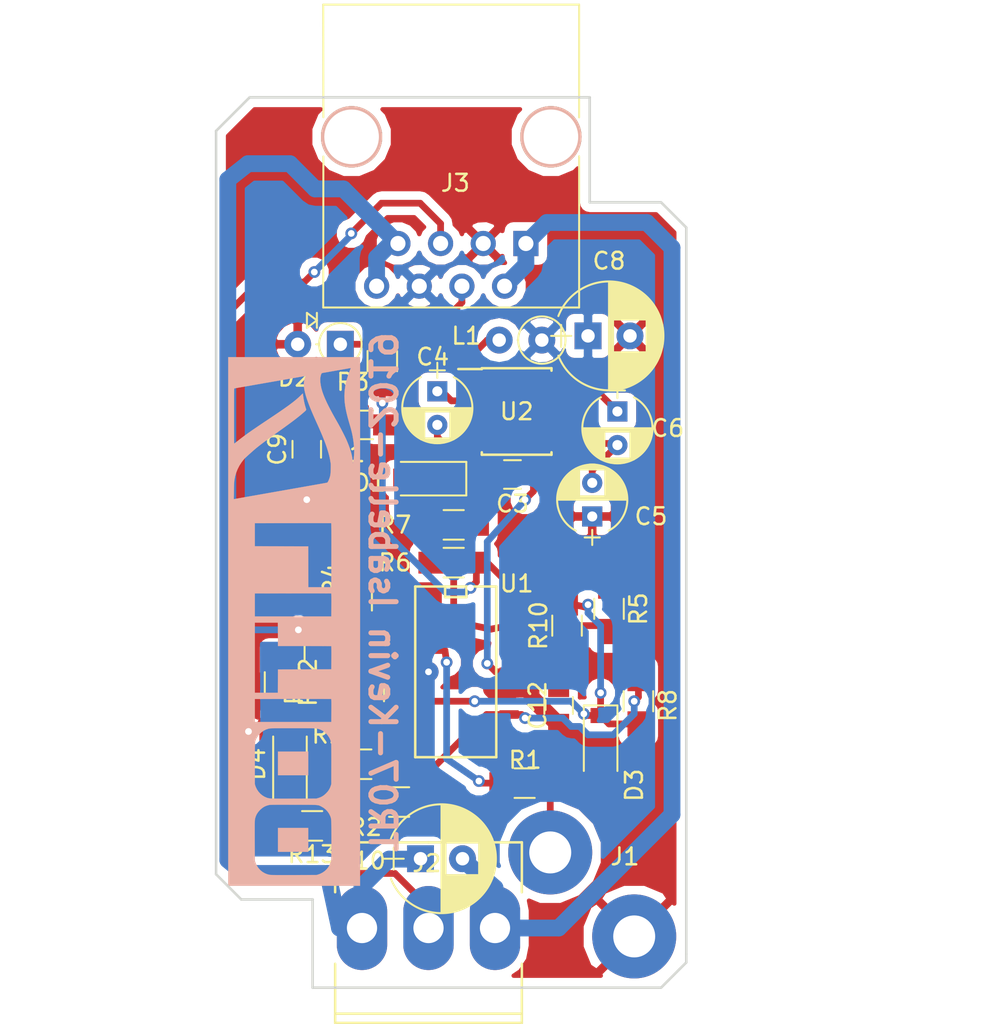
<source format=kicad_pcb>
(kicad_pcb (version 4) (host pcbnew 4.0.6)
  (layers (0 F.Cu signal) (31 B.Cu signal) (34 B.Paste user) (35 F.Paste user) (36 B.SilkS user hide) (37 F.SilkS user hide) (38 B.Mask user) (39 F.Mask user) (44 Edge.Cuts user))
  (net 0 "")
  (net 1 GND)
  (net 2 VCC5)
  (net 3 "Net-(R2-Pad1)")
  (net 4 "Net-(D1-Pad2)")
  (net 5 "Net-(R3-Pad1)")
  (net 6 "Net-(D1-Pad1)")
  (net 7 "Net-(J1-Pad2)")
  (net 8 AGND)
  (net 9 ADCTrig)
  (net 10 AVCC)
  (net 11 "Net-(C4-Pad1)")
  (net 12 "Net-(C4-Pad2)")
  (net 13 AVSS)
  (net 14 "Net-(C6-Pad1)")
  (net 15 "Net-(D3-Pad1)")
  (net 16 "Net-(D3-Pad2)")
  (net 17 "Net-(D4-Pad2)")
  (net 18 L_OUT_5)
  (net 19 "Net-(R4-Pad2)")
  (net 20 "Net-(R9-Pad2)")
  (net 21 "Net-(R10-Pad1)")
  (net 22 "Net-(R1-Pad1)")
  (net 23 "Net-(R13-Pad1)")
  (module Logo:LOGOLIT (layer B.Cu) (at 143.8 100.3 270)
    (fp_text reference "" hide)
    (fp_text value "" hide)
  )
  (module Resistors_SMD:R_0805_HandSoldering (layer F.Cu) (at 142.93 103.92 270)
    (fp_text reference R12 (at 0 -1.7 270) (layer F.SilkS))
    (fp_text value 1M)
    (pad 1 smd rect (at -1.35 0 270) (size 1.5 1.3) (layers F.Cu F.Paste F.Mask) (net 22 "Net-(R1-Pad1)"))
    (pad 2 smd rect (at 1.35 0 270) (size 1.5 1.3) (layers F.Cu F.Paste F.Mask) (net 8 AGND))
  )
  (module SMD_Packages:SOIC-14_N (layer F.Cu) (at 153.55 103.3 270)
    (fp_text reference U1 (at -5.25 -3.5 360) (layer F.SilkS))
    (fp_text value TL074)
    (pad 1 smd rect (at -3.81 3.302 270) (size 0.508 1.143) (layers F.Cu F.Paste F.Mask) (net 19 "Net-(R4-Pad2)"))
    (pad 2 smd rect (at -2.54 3.302 270) (size 0.508 1.143) (layers F.Cu F.Paste F.Mask) (net 19 "Net-(R4-Pad2)"))
    (pad 3 smd rect (at -1.27 3.302 270) (size 0.508 1.143) (layers F.Cu F.Paste F.Mask) (net 22 "Net-(R1-Pad1)"))
    (pad 4 smd rect (at 0 3.302 270) (size 0.508 1.143) (layers F.Cu F.Paste F.Mask) (net 10 AVCC))
    (pad 5 smd rect (at 1.27 3.302 270) (size 0.508 1.143) (layers F.Cu F.Paste F.Mask) (net 20 "Net-(R9-Pad2)"))
    (pad 6 smd rect (at 2.54 3.302 270) (size 0.508 1.143) (layers F.Cu F.Paste F.Mask) (net 15 "Net-(D3-Pad1)"))
    (pad 7 smd rect (at 3.81 3.302 270) (size 0.508 1.143) (layers F.Cu F.Paste F.Mask) (net 17 "Net-(D4-Pad2)"))
    (pad 8 smd rect (at 3.81 -3.048 270) (size 0.508 1.143) (layers F.Cu F.Paste F.Mask) (net 16 "Net-(D3-Pad2)"))
    (pad 9 smd rect (at 2.54 -3.048 270) (size 0.508 1.143) (layers F.Cu F.Paste F.Mask) (net 3 "Net-(R2-Pad1)"))
    (pad 11 smd rect (at 0 -3.048 270) (size 0.508 1.143) (layers F.Cu F.Paste F.Mask) (net 13 AVSS))
    (pad 12 smd rect (at -1.27 -3.048 270) (size 0.508 1.143) (layers F.Cu F.Paste F.Mask) (net 21 "Net-(R10-Pad1)"))
    (pad 13 smd rect (at -2.54 -3.048 270) (size 0.508 1.143) (layers F.Cu F.Paste F.Mask) (net 6 "Net-(D1-Pad1)"))
    (pad 14 smd rect (at -3.81 -3.048 270) (size 0.508 1.143) (layers F.Cu F.Paste F.Mask) (net 5 "Net-(R3-Pad1)"))
    (pad 10 smd rect (at 1.27 -3.048 270) (size 0.508 1.143) (layers F.Cu F.Paste F.Mask) (net 8 AGND))
  )
  (module Capacitors_SMD:C_0805_HandSoldering (layer F.Cu) (at 159.55 105.3 270)
    (fp_text reference C12 (at 0 1.25 270) (layer F.SilkS))
    (fp_text value 100n)
    (pad 1 smd rect (at -1.25 0 270) (size 1.5 1.25) (layers F.Cu F.Paste F.Mask) (net 13 AVSS))
    (pad 2 smd rect (at 1.25 0 270) (size 1.5 1.25) (layers F.Cu F.Paste F.Mask) (net 8 AGND))
  )
  (module Capacitors_SMD:C_0805_HandSoldering (layer F.Cu) (at 148 88.6)
    (fp_text reference C1 (at -0.95 1.7) (layer F.SilkS))
    (fp_text value 100n)
    (pad 1 smd rect (at -1.25 0) (size 1.5 1.25) (layers F.Cu F.Paste F.Mask) (net 8 AGND))
    (pad 2 smd rect (at 1.25 0) (size 1.5 1.25) (layers F.Cu F.Paste F.Mask) (net 9 ADCTrig))
  )
  (module Capacitors_THT:CP_Radial_D6.3mm_P2.50mm (layer F.Cu) (at 161.3 83.3)
    (fp_text reference C8 (at 1.25 -4.46) (layer F.SilkS))
    (fp_text value 10u)
    (pad 1 thru_hole rect (at 0 0) (size 1.6 1.6) (drill 0.8) (layers *.Cu *.Mask) (net 10 AVCC))
    (pad 2 thru_hole circle (at 2.5 0) (size 1.6 1.6) (drill 0.8) (layers *.Cu *.Mask) (net 8 AGND))
  )
  (module Wire_Connections_Bridges:WireConnection_2.50mmDrill (layer F.Cu) (at 161.3 118.05 180)
    (fp_text reference J1 (at -2.2 3.75 180) (layer F.SilkS))
    (fp_text value input)
    (pad 1 thru_hole circle (at -2.75 -1 180) (size 5.00126 5.00126) (drill 2.49936) (layers *.Cu *.Mask) (net 8 AGND))
    (pad 2 thru_hole circle (at 2.25 4 180) (size 5.00126 5.00126) (drill 2.49936) (layers *.Cu *.Mask) (net 7 "Net-(J1-Pad2)"))
  )
  (module Connectors:RJ45_8 (layer F.Cu) (at 157.6 77.8 180)
    (fp_text reference J3 (at 4.2 3.6 180) (layer F.SilkS))
    (fp_text value RJ45)
    (pad Hole np_thru_hole circle (at 10.38 6.35 180) (size 3.65 3.65) (drill 3.25) (layers *.Cu *.SilkS *.Mask))
    (pad Hole np_thru_hole circle (at -1.49 6.35 180) (size 3.65 3.65) (drill 3.25) (layers *.Cu *.SilkS *.Mask))
    (pad 1 thru_hole rect (at 0 0 180) (size 1.5 1.5) (drill 0.9) (layers *.Cu *.Mask) (net 1 GND))
    (pad 2 thru_hole circle (at 1.27 -2.54 180) (size 1.5 1.5) (drill 0.9) (layers *.Cu *.Mask) (net 1 GND))
    (pad 3 thru_hole circle (at 2.54 0 180) (size 1.5 1.5) (drill 0.9) (layers *.Cu *.Mask) (net 8 AGND))
    (pad 4 thru_hole circle (at 3.81 -2.54 180) (size 1.5 1.5) (drill 0.9) (layers *.Cu *.Mask) (net 9 ADCTrig))
    (pad 5 thru_hole circle (at 5.08 0 180) (size 1.5 1.5) (drill 0.9) (layers *.Cu *.Mask) (net 18 L_OUT_5))
    (pad 6 thru_hole circle (at 6.35 -2.54 180) (size 1.5 1.5) (drill 0.9) (layers *.Cu *.Mask) (net 10 AVCC))
    (pad 7 thru_hole circle (at 7.62 0 180) (size 1.5 1.5) (drill 0.9) (layers *.Cu *.Mask) (net 2 VCC5))
    (pad 8 thru_hole circle (at 8.89 -2.54 180) (size 1.5 1.5) (drill 0.9) (layers *.Cu *.Mask) (net 2 VCC5))
  )
  (module Sockets_MOLEX_KK-System:Socket_MOLEX-KK-RM3-96mm_Lock_3pin_straight (layer F.Cu) (at 151.8 118.55 180)
    (fp_text reference J2 (at 0.1 3.85 180) (layer F.SilkS))
    (fp_text value "LED Connector")
    (pad 1 thru_hole oval (at -3.95986 0 180) (size 2.99974 5.00126) (drill 1.80086) (layers *.Cu *.Mask) (net 1 GND))
    (pad 2 thru_hole oval (at 0 0 180) (size 2.99974 5.00126) (drill 1.80086) (layers *.Cu *.Mask) (net 18 L_OUT_5))
    (pad 3 thru_hole oval (at 3.95986 0 180) (size 2.99974 5.00126) (drill 1.80086) (layers *.Cu *.Mask) (net 2 VCC5))
  )
  (module Housings_SOIC:SOIC-8_3.9x4.9mm_Pitch1.27mm (layer F.Cu) (at 157.05 87.8)
    (fp_text reference U2 (at 0 0) (layer F.SilkS))
    (fp_text value TC1044S)
    (pad 1 smd rect (at -2.7 -1.905) (size 1.55 0.6) (layers F.Cu F.Paste F.Mask) (net 14 "Net-(C6-Pad1)"))
    (pad 2 smd rect (at -2.7 -0.635) (size 1.55 0.6) (layers F.Cu F.Paste F.Mask) (net 11 "Net-(C4-Pad1)"))
    (pad 3 smd rect (at -2.7 0.635) (size 1.55 0.6) (layers F.Cu F.Paste F.Mask) (net 8 AGND))
    (pad 4 smd rect (at -2.7 1.905) (size 1.55 0.6) (layers F.Cu F.Paste F.Mask) (net 12 "Net-(C4-Pad2)"))
    (pad 5 smd rect (at 2.7 1.905) (size 1.55 0.6) (layers F.Cu F.Paste F.Mask) (net 13 AVSS))
    (pad 6 smd rect (at 2.7 0.635) (size 1.55 0.6) (layers F.Cu F.Paste F.Mask))
    (pad 7 smd rect (at 2.7 -0.635) (size 1.55 0.6) (layers F.Cu F.Paste F.Mask))
    (pad 8 smd rect (at 2.7 -1.905) (size 1.55 0.6) (layers F.Cu F.Paste F.Mask) (net 14 "Net-(C6-Pad1)"))
  )
  (module Diodes_THT:D_DO-35_SOD27_P2.54mm_Vertical_AnodeUp (layer F.Cu) (at 146.55 83.8 180)
    (fp_text reference D2 (at 2.75 -2 360) (layer F.SilkS))
    (fp_text value 1N4148)
    (pad 1 thru_hole rect (at 0 0 180) (size 1.6 1.6) (drill 0.8) (layers *.Cu *.Mask) (net 9 ADCTrig))
    (pad 2 thru_hole oval (at 2.54 0 180) (size 1.6 1.6) (drill 0.8) (layers *.Cu *.Mask) (net 8 AGND))
  )
  (module Inductors_THT:L_Axial_L6.6mm_D2.7mm_P2.54mm_Vertical_Vishay_IM-2 (layer F.Cu) (at 158.55 83.55 180)
    (fp_text reference L1 (at 4.5 0.25 360) (layer F.SilkS))
    (fp_text value Ferrite_Bead)
    (pad 1 thru_hole circle (at 0 0 180) (size 1.6 1.6) (drill 0.8) (layers *.Cu *.Mask) (net 10 AVCC))
    (pad 2 thru_hole oval (at 2.54 0 180) (size 1.6 1.6) (drill 0.8) (layers *.Cu *.Mask) (net 14 "Net-(C6-Pad1)"))
  )
  (module Capacitors_THT:CP_Radial_D4.0mm_P2.00mm (layer F.Cu) (at 152.325 86.6 270)
    (fp_text reference C4 (at -2.05 0.275 360) (layer F.SilkS))
    (fp_text value 10u)
    (pad 1 thru_hole rect (at 0 0 270) (size 1.2 1.2) (drill 0.6) (layers *.Cu *.Mask) (net 11 "Net-(C4-Pad1)"))
    (pad 2 thru_hole circle (at 2 0 270) (size 1.2 1.2) (drill 0.6) (layers *.Cu *.Mask) (net 12 "Net-(C4-Pad2)"))
  )
  (module Capacitors_THT:CP_Radial_D4.0mm_P2.00mm (layer F.Cu) (at 161.55 94.05 90)
    (fp_text reference C5 (at 0 3.5 180) (layer F.SilkS))
    (fp_text value 10u)
    (pad 1 thru_hole rect (at 0 0 90) (size 1.2 1.2) (drill 0.6) (layers *.Cu *.Mask) (net 8 AGND))
    (pad 2 thru_hole circle (at 2 0 90) (size 1.2 1.2) (drill 0.6) (layers *.Cu *.Mask) (net 13 AVSS))
  )
  (module Capacitors_THT:CP_Radial_D4.0mm_P2.00mm (layer F.Cu) (at 163.05 87.8 270)
    (fp_text reference C6 (at 1 -3 360) (layer F.SilkS))
    (fp_text value 100u)
    (pad 1 thru_hole rect (at 0 0 270) (size 1.2 1.2) (drill 0.6) (layers *.Cu *.Mask) (net 14 "Net-(C6-Pad1)"))
    (pad 2 thru_hole circle (at 2 0 270) (size 1.2 1.2) (drill 0.6) (layers *.Cu *.Mask) (net 13 AVSS))
  )
  (module Capacitors_THT:CP_Radial_D6.3mm_P2.50mm (layer F.Cu) (at 151.325 114.425)
    (fp_text reference C10 (at -3.525 0.125) (layer F.SilkS))
    (fp_text value 10uf)
    (pad 1 thru_hole rect (at 0 0) (size 1.6 1.6) (drill 0.8) (layers *.Cu *.Mask) (net 2 VCC5))
    (pad 2 thru_hole circle (at 2.5 0) (size 1.6 1.6) (drill 0.8) (layers *.Cu *.Mask) (net 1 GND))
  )
  (module Resistors_SMD:R_0805_HandSoldering (layer F.Cu) (at 157.525 109.925)
    (fp_text reference R1 (at 0.025 -1.375) (layer F.SilkS))
    (fp_text value 100k)
    (pad 1 smd rect (at -1.35 0) (size 1.5 1.3) (layers F.Cu F.Paste F.Mask) (net 22 "Net-(R1-Pad1)"))
    (pad 2 smd rect (at 1.35 0) (size 1.5 1.3) (layers F.Cu F.Paste F.Mask) (net 7 "Net-(J1-Pad2)"))
  )
  (module Resistors_SMD:R_0805_HandSoldering (layer F.Cu) (at 150.05 111.05 180)
    (fp_text reference R2 (at 2 -1.5 180) (layer F.SilkS))
    (fp_text value 10k)
    (pad 1 smd rect (at -1.35 0 180) (size 1.5 1.3) (layers F.Cu F.Paste F.Mask) (net 3 "Net-(R2-Pad1)"))
    (pad 2 smd rect (at 1.35 0 180) (size 1.5 1.3) (layers F.Cu F.Paste F.Mask) (net 23 "Net-(R13-Pad1)"))
  )
  (module Resistors_SMD:R_0805_HandSoldering (layer F.Cu) (at 149.05 84.8 90)
    (fp_text reference R3 (at -1.25 -1.75 180) (layer F.SilkS))
    (fp_text value 10k)
    (pad 1 smd rect (at -1.35 0 90) (size 1.5 1.3) (layers F.Cu F.Paste F.Mask) (net 5 "Net-(R3-Pad1)"))
    (pad 2 smd rect (at 1.35 0 90) (size 1.5 1.3) (layers F.Cu F.Paste F.Mask) (net 9 ADCTrig))
  )
  (module Resistors_SMD:R_0805_HandSoldering (layer F.Cu) (at 147.55 99.05 90)
    (fp_text reference R4 (at 1.25 -1.5 90) (layer F.SilkS))
    (fp_text value 10k)
    (pad 1 smd rect (at -1.35 0 90) (size 1.5 1.3) (layers F.Cu F.Paste F.Mask) (net 23 "Net-(R13-Pad1)"))
    (pad 2 smd rect (at 1.35 0 90) (size 1.5 1.3) (layers F.Cu F.Paste F.Mask) (net 19 "Net-(R4-Pad2)"))
  )
  (module Resistors_SMD:R_0805_HandSoldering (layer F.Cu) (at 162.55 99.55 90)
    (fp_text reference R5 (at 0 1.75 90) (layer F.SilkS))
    (fp_text value 10k)
    (pad 1 smd rect (at -1.35 0 90) (size 1.5 1.3) (layers F.Cu F.Paste F.Mask) (net 6 "Net-(D1-Pad1)"))
    (pad 2 smd rect (at 1.35 0 90) (size 1.5 1.3) (layers F.Cu F.Paste F.Mask) (net 8 AGND))
  )
  (module Resistors_SMD:R_0805_HandSoldering (layer F.Cu) (at 153.3 96.8)
    (fp_text reference R6 (at -3.5 0) (layer F.SilkS))
    (fp_text value 10k)
    (pad 1 smd rect (at -1.35 0) (size 1.5 1.3) (layers F.Cu F.Paste F.Mask) (net 4 "Net-(D1-Pad2)"))
    (pad 2 smd rect (at 1.35 0) (size 1.5 1.3) (layers F.Cu F.Paste F.Mask) (net 5 "Net-(R3-Pad1)"))
  )
  (module Resistors_SMD:R_0805_HandSoldering (layer F.Cu) (at 153.3 94.55)
    (fp_text reference R7 (at -3.5 0) (layer F.SilkS))
    (fp_text value 100k)
    (pad 1 smd rect (at -1.35 0) (size 1.5 1.3) (layers F.Cu F.Paste F.Mask) (net 4 "Net-(D1-Pad2)"))
    (pad 2 smd rect (at 1.35 0) (size 1.5 1.3) (layers F.Cu F.Paste F.Mask) (net 6 "Net-(D1-Pad1)"))
  )
  (module Resistors_SMD:R_0805_HandSoldering (layer F.Cu) (at 164.3 105.05 90)
    (fp_text reference R8 (at -0.25 1.75 90) (layer F.SilkS))
    (fp_text value 10k)
    (pad 1 smd rect (at -1.35 0 90) (size 1.5 1.3) (layers F.Cu F.Paste F.Mask) (net 15 "Net-(D3-Pad1)"))
    (pad 2 smd rect (at 1.35 0 90) (size 1.5 1.3) (layers F.Cu F.Paste F.Mask) (net 3 "Net-(R2-Pad1)"))
  )
  (module Resistors_SMD:R_0805_HandSoldering (layer F.Cu) (at 145.3 102.05 270)
    (fp_text reference R9 (at 2.25 1.5 270) (layer F.SilkS))
    (fp_text value 10k)
    (pad 1 smd rect (at -1.35 0 270) (size 1.5 1.3) (layers F.Cu F.Paste F.Mask) (net 23 "Net-(R13-Pad1)"))
    (pad 2 smd rect (at 1.35 0 270) (size 1.5 1.3) (layers F.Cu F.Paste F.Mask) (net 20 "Net-(R9-Pad2)"))
  )
  (module Resistors_SMD:R_0805_HandSoldering (layer F.Cu) (at 160.05 100.55 90)
    (fp_text reference R10 (at 0 -1.7 90) (layer F.SilkS))
    (fp_text value 10k)
    (pad 1 smd rect (at -1.35 0 90) (size 1.5 1.3) (layers F.Cu F.Paste F.Mask) (net 21 "Net-(R10-Pad1)"))
    (pad 2 smd rect (at 1.35 0 90) (size 1.5 1.3) (layers F.Cu F.Paste F.Mask) (net 15 "Net-(D3-Pad1)"))
  )
  (module Resistors_SMD:R_0805_HandSoldering (layer F.Cu) (at 147.8 108.8)
    (fp_text reference R11 (at -1.5 -1.75) (layer F.SilkS))
    (fp_text value 10k)
    (pad 1 smd rect (at -1.35 0) (size 1.5 1.3) (layers F.Cu F.Paste F.Mask) (net 8 AGND))
    (pad 2 smd rect (at 1.35 0) (size 1.5 1.3) (layers F.Cu F.Paste F.Mask) (net 15 "Net-(D3-Pad1)"))
  )
  (module Capacitors_SMD:C_0805_HandSoldering (layer F.Cu) (at 156.8 91.55 180)
    (fp_text reference C3 (at 0 -1.75 180) (layer F.SilkS))
    (fp_text value 100n)
    (pad 1 smd rect (at -1.25 0 180) (size 1.5 1.25) (layers F.Cu F.Paste F.Mask) (net 13 AVSS))
    (pad 2 smd rect (at 1.25 0 180) (size 1.5 1.25) (layers F.Cu F.Paste F.Mask) (net 8 AGND))
  )
  (module Capacitors_SMD:C_0805_HandSoldering (layer F.Cu) (at 144.55 90.05 270)
    (fp_text reference C9 (at 0 1.75 270) (layer F.SilkS))
    (fp_text value 100n)
    (pad 1 smd rect (at -1.25 0 270) (size 1.5 1.25) (layers F.Cu F.Paste F.Mask) (net 8 AGND))
    (pad 2 smd rect (at 1.25 0 270) (size 1.5 1.25) (layers F.Cu F.Paste F.Mask) (net 10 AVCC))
  )
  (module Capacitors_SMD:C_0805_HandSoldering (layer F.Cu) (at 148.3 104.55 270)
    (fp_text reference C11 (at -0.25 1.5 270) (layer F.SilkS))
    (fp_text value 100n)
    (pad 1 smd rect (at -1.25 0 270) (size 1.5 1.25) (layers F.Cu F.Paste F.Mask) (net 10 AVCC))
    (pad 2 smd rect (at 1.25 0 270) (size 1.5 1.25) (layers F.Cu F.Paste F.Mask) (net 8 AGND))
  )
  (module Diodes_SMD:D_SOD-123 (layer F.Cu) (at 151.8 91.8 180)
    (fp_text reference D1 (at 3.5 -0.25 180) (layer F.SilkS))
    (fp_text value 1N4148)
    (pad 1 smd rect (at -1.65 0 180) (size 0.9 1.2) (layers F.Cu F.Paste F.Mask) (net 6 "Net-(D1-Pad1)"))
    (pad 2 smd rect (at 1.65 0 180) (size 0.9 1.2) (layers F.Cu F.Paste F.Mask) (net 4 "Net-(D1-Pad2)"))
  )
  (module Diodes_SMD:D_SOD-123 (layer F.Cu) (at 162.05 107.55 270)
    (fp_text reference D3 (at 2.5 -2 270) (layer F.SilkS))
    (fp_text value D)
    (pad 1 smd rect (at -1.65 0 270) (size 0.9 1.2) (layers F.Cu F.Paste F.Mask) (net 15 "Net-(D3-Pad1)"))
    (pad 2 smd rect (at 1.65 0 270) (size 0.9 1.2) (layers F.Cu F.Paste F.Mask) (net 16 "Net-(D3-Pad2)"))
  )
  (module Diodes_SMD:D_SOD-123 (layer F.Cu) (at 143.55 108.8 90)
    (fp_text reference D4 (at 0 -2 90) (layer F.SilkS))
    (fp_text value D)
    (pad 1 smd rect (at -1.65 0 90) (size 0.9 1.2) (layers F.Cu F.Paste F.Mask) (net 15 "Net-(D3-Pad1)"))
    (pad 2 smd rect (at 1.65 0 90) (size 0.9 1.2) (layers F.Cu F.Paste F.Mask) (net 17 "Net-(D4-Pad2)"))
  )
  (module Resistors_SMD:R_0805_HandSoldering (layer F.Cu) (at 144.87 112.47 180)
    (fp_text reference R13 (at 0 -1.7 180) (layer F.SilkS))
    (fp_text value 1M)
    (pad 1 smd rect (at -1.35 0 180) (size 1.5 1.3) (layers F.Cu F.Paste F.Mask) (net 23 "Net-(R13-Pad1)"))
    (pad 2 smd rect (at 1.35 0 180) (size 1.5 1.3) (layers F.Cu F.Paste F.Mask) (net 8 AGND))
  )
  (gr_line (start 144.9 116.85) (end 144.9 122.1) (angle 90) (layer Edge.Cuts) (width 0.15))
  (gr_line (start 167.15 120.6) (end 167.15 120.1) (angle 90) (layer Edge.Cuts) (width 0.15))
  (gr_line (start 165.65 122.1) (end 167.15 120.6) (angle 90) (layer Edge.Cuts) (width 0.15))
  (gr_line (start 144.9 122.1) (end 165.65 122.1) (angle 90) (layer Edge.Cuts) (width 0.15))
  (gr_line (start 167.15 76.85) (end 167.15 120.1) (angle 90) (layer Edge.Cuts) (width 0.15))
  (gr_line (start 139.15 115.35) (end 139.15 71.1) (angle 90) (layer Edge.Cuts) (width 0.15))
  (gr_line (start 140.65 116.85) (end 144.9 116.85) (angle 90) (layer Edge.Cuts) (width 0.15))
  (gr_line (start 140.65 116.85) (end 139.15 115.35) (angle 90) (layer Edge.Cuts) (width 0.15))
  (gr_line (start 141.15 69.1) (end 161.4 69.1) (angle 90) (layer Edge.Cuts) (width 0.15))
  (gr_line (start 141.15 69.1) (end 139.15 71.1) (angle 90) (layer Edge.Cuts) (width 0.15))
  (gr_line (start 165.65 75.35) (end 161.4 75.35) (angle 90) (layer Edge.Cuts) (width 0.15))
  (gr_line (start 165.65 75.35) (end 167.15 76.85) (angle 90) (layer Edge.Cuts) (width 0.15))
  (gr_line (start 161.4 69.1) (end 161.4 75.35) (angle 90) (layer Edge.Cuts) (width 0.15))
  (gr_text "TR07-Kevin Isabelle-2019" (at 149.05 98.55 270) (layer B.SilkS) (effects (font (size 1.5 1.5) (thickness 0.3)) (justify mirror)))
  (segment (start 155.75986 118.55) (end 155.75986 116.15986) (width 1) (layer B.Cu) (net 1))
  (segment (start 155.75986 116.15986) (end 153.8 114.45) (width 1) (layer B.Cu) (net 1))
  (segment (start 155.75986 118.55) (end 159.55 118.55) (width 1) (layer B.Cu) (net 1))
  (segment (start 158.85 76.55) (end 157.6 77.8) (width 1) (layer B.Cu) (net 1))
  (segment (start 164.8 76.55) (end 158.85 76.55) (width 1) (layer B.Cu) (net 1))
  (segment (start 166.3 78.05) (end 164.8 76.55) (width 1) (layer B.Cu) (net 1))
  (segment (start 166.3 111.8) (end 166.3 78.05) (width 1) (layer B.Cu) (net 1))
  (segment (start 159.55 118.55) (end 166.3 111.8) (width 1) (layer B.Cu) (net 1))
  (segment (start 157.6 77.8) (end 157.6 79.07) (width 1) (layer B.Cu) (net 1))
  (segment (start 157.6 79.07) (end 156.33 80.34) (width 1) (layer B.Cu) (net 1))
  (segment (start 147.84014 118.55) (end 147.84014 116.05986) (width 1) (layer B.Cu) (net 2))
  (segment (start 147.84014 116.05986) (end 149.45 114.45) (width 1) (layer B.Cu) (net 2))
  (segment (start 149.45 114.45) (end 151.3 114.45) (width 1) (layer B.Cu) (net 2))
  (segment (start 147.84014 118.55) (end 146.5 118.55) (width 1) (layer B.Cu) (net 2))
  (segment (start 146.5 118.55) (end 145.8 115.3) (width 1) (layer B.Cu) (net 2))
  (segment (start 145.8 115.3) (end 140.8 115.3) (width 1) (layer B.Cu) (net 2))
  (segment (start 140.8 115.3) (end 139.85 114.5) (width 1) (layer B.Cu) (net 2))
  (segment (start 139.85 114.5) (end 139.85 74) (width 1) (layer B.Cu) (net 2))
  (segment (start 139.85 74) (end 141.05 73.05) (width 1) (layer B.Cu) (net 2))
  (segment (start 141.05 73.05) (end 143.55 73.05) (width 1) (layer B.Cu) (net 2))
  (segment (start 143.55 73.05) (end 145.05 74.55) (width 1) (layer B.Cu) (net 2))
  (segment (start 145.05 74.55) (end 146.73 74.55) (width 1) (layer B.Cu) (net 2))
  (segment (start 146.73 74.55) (end 149.98 77.8) (width 1) (layer B.Cu) (net 2))
  (segment (start 149.98 77.8) (end 149.55 77.8) (width 1) (layer B.Cu) (net 2))
  (segment (start 149.55 77.8) (end 148.71 78.64) (width 1) (layer B.Cu) (net 2))
  (segment (start 148.71 78.64) (end 148.71 80.34) (width 1) (layer B.Cu) (net 2))
  (segment (start 156.598 105.84) (end 157.34 105.84) (width 0.4) (layer F.Cu) (net 3))
  (segment (start 164.3 104.8) (end 164.3 103.7) (width 0.4) (layer F.Cu) (net 3))
  (segment (start 164.05 105.05) (end 164.3 104.8) (width 0.4) (layer F.Cu) (net 3))
  (via (at 164.05 105.05) (size 0.7) (drill 0.4) (layers F.Cu B.Cu) (net 3))
  (segment (start 164.05 105.8) (end 164.05 105.05) (width 0.4) (layer B.Cu) (net 3))
  (segment (start 162.8 107.05) (end 164.05 105.8) (width 0.4) (layer B.Cu) (net 3))
  (segment (start 161.3 107.05) (end 162.8 107.05) (width 0.4) (layer B.Cu) (net 3))
  (segment (start 160.8 106.55) (end 161.3 107.05) (width 0.4) (layer B.Cu) (net 3))
  (segment (start 160.3 106.55) (end 160.8 106.55) (width 0.4) (layer B.Cu) (net 3))
  (segment (start 159.8 106.05) (end 160.3 106.55) (width 0.4) (layer B.Cu) (net 3))
  (segment (start 157.55 106.05) (end 159.8 106.05) (width 0.4) (layer B.Cu) (net 3))
  (via (at 157.55 106.05) (size 0.7) (drill 0.4) (layers F.Cu B.Cu) (net 3))
  (segment (start 157.34 105.84) (end 157.55 106.05) (width 0.4) (layer F.Cu) (net 3))
  (segment (start 151.4 111.05) (end 151.4 109.7) (width 0.4) (layer F.Cu) (net 3))
  (segment (start 155.26 105.84) (end 156.598 105.84) (width 0.4) (layer F.Cu) (net 3))
  (segment (start 151.4 109.7) (end 155.26 105.84) (width 0.4) (layer F.Cu) (net 3))
  (segment (start 151.95 94.55) (end 151.05 94.55) (width 0.4) (layer F.Cu) (net 4))
  (segment (start 150.15 93.65) (end 150.15 91.8) (width 0.4) (layer F.Cu) (net 4))
  (segment (start 151.05 94.55) (end 150.15 93.65) (width 0.4) (layer F.Cu) (net 4))
  (segment (start 151.95 96.8) (end 151.95 94.55) (width 0.4) (layer F.Cu) (net 4))
  (segment (start 154.65 96.8) (end 154.65 97.95) (width 0.4) (layer F.Cu) (net 5))
  (segment (start 149.05 87.3) (end 149.05 86.15) (width 0.4) (layer F.Cu) (net 5))
  (via (at 149.05 87.3) (size 0.7) (drill 0.4) (layers F.Cu B.Cu) (net 5))
  (segment (start 149.05 94.8) (end 149.05 87.3) (width 0.4) (layer B.Cu) (net 5))
  (segment (start 152.8 98.55) (end 149.05 94.8) (width 0.4) (layer B.Cu) (net 5))
  (segment (start 154.05 98.55) (end 152.8 98.55) (width 0.4) (layer B.Cu) (net 5))
  (segment (start 154.3 98.3) (end 154.05 98.55) (width 0.4) (layer B.Cu) (net 5))
  (via (at 154.3 98.3) (size 0.7) (drill 0.4) (layers F.Cu B.Cu) (net 5))
  (segment (start 154.65 97.95) (end 154.3 98.3) (width 0.4) (layer F.Cu) (net 5))
  (segment (start 154.65 96.8) (end 155.3 96.8) (width 0.4) (layer F.Cu) (net 5))
  (segment (start 155.3 96.8) (end 156.598 98.098) (width 0.4) (layer F.Cu) (net 5))
  (segment (start 156.598 98.098) (end 156.598 99.49) (width 0.4) (layer F.Cu) (net 5))
  (segment (start 156.598 100.76) (end 156.598 100.55) (width 0.4) (layer F.Cu) (net 6))
  (segment (start 153.45 91.8) (end 153.45 91.95) (width 0.4) (layer F.Cu) (net 6))
  (segment (start 153.45 91.95) (end 154.65 93.15) (width 0.4) (layer F.Cu) (net 6))
  (segment (start 154.65 93.15) (end 154.65 94.55) (width 0.4) (layer F.Cu) (net 6))
  (segment (start 156.598 100.55) (end 155.51 100.76) (width 0.4) (layer F.Cu) (net 6))
  (segment (start 153.3 95.9) (end 154.65 94.55) (width 0.4) (layer F.Cu) (net 6))
  (segment (start 153.3 100.3) (end 153.3 95.9) (width 0.4) (layer F.Cu) (net 6))
  (segment (start 155.51 100.76) (end 153.3 100.3) (width 0.4) (layer F.Cu) (net 6))
  (segment (start 156.598 100.55) (end 162.41 100.55) (width 0.4) (layer F.Cu) (net 6))
  (segment (start 162.41 100.55) (end 162.55 100.69) (width 0.4) (layer F.Cu) (net 6))
  (segment (start 159.05 114.05) (end 159.05 110.1) (width 0.4) (layer F.Cu) (net 7))
  (segment (start 159.05 110.1) (end 158.875 109.925) (width 0.4) (layer F.Cu) (net 7))
  (segment (start 158 114.05) (end 159.05 114.05) (width 0.4) (layer B.Cu) (net 7))
  (segment (start 159.05 114.05) (end 159.05 114.05) (width 0.4) (layer B.Cu) (net 7))
  (segment (start 148.3 105.8) (end 146.8 105.8) (width 1) (layer F.Cu) (net 8))
  (segment (start 156.598 104.57) (end 155.79 104.57) (width 1) (layer F.Cu) (net 8))
  (segment (start 155.79 104.57) (end 155.55 104.33) (width 1) (layer F.Cu) (net 8))
  (segment (start 142.93 105.27) (end 142.93 104.96) (width 1) (layer F.Cu) (net 8))
  (segment (start 143.52 112.47) (end 142.18 112.47) (width 1) (layer F.Cu) (net 8))
  (segment (start 142.18 112.47) (end 142.15 112.44) (width 1) (layer F.Cu) (net 8))
  (segment (start 159.55 106.55) (end 159.55 106.45) (width 1) (layer F.Cu) (net 8))
  (segment (start 159.55 106.45) (end 157.96 104.86) (width 1) (layer F.Cu) (net 8))
  (segment (start 146.45 108.8) (end 142.57 108.8) (width 1) (layer F.Cu) (net 8))
  (segment (start 142.11 106.42) (end 142.93 105.6) (width 1) (layer F.Cu) (net 8))
  (segment (start 142.23 106.54) (end 142.11 106.42) (width 1) (layer F.Cu) (net 8))
  (segment (start 142.23 108.46) (end 142.23 106.54) (width 1) (layer F.Cu) (net 8))
  (segment (start 142.57 108.8) (end 142.23 108.46) (width 1) (layer F.Cu) (net 8))
  (segment (start 142.93 105.27) (end 142.93 105.6) (width 1) (layer F.Cu) (net 8))
  (segment (start 142.93 105.27) (end 144.8 105.27) (width 1) (layer F.Cu) (net 8))
  (segment (start 145.33 105.8) (end 146.8 105.8) (width 1) (layer F.Cu) (net 8))
  (segment (start 144.8 105.27) (end 145.33 105.8) (width 1) (layer F.Cu) (net 8))
  (segment (start 159.55 106.55) (end 159.8 106.55) (width 1) (layer F.Cu) (net 8))
  (segment (start 159.8 106.55) (end 161.05 107.8) (width 1) (layer F.Cu) (net 8))
  (segment (start 154.35 88.435) (end 155.935 88.435) (width 1) (layer F.Cu) (net 8))
  (segment (start 156.55 90.55) (end 155.55 91.55) (width 1) (layer F.Cu) (net 8))
  (segment (start 156.55 89.05) (end 156.55 90.55) (width 1) (layer F.Cu) (net 8))
  (segment (start 155.935 88.435) (end 156.55 89.05) (width 1) (layer F.Cu) (net 8))
  (segment (start 153.79 80.34) (end 153.79 81.31) (width 0.4) (layer F.Cu) (net 9))
  (segment (start 151.65 83.45) (end 149.05 83.45) (width 0.4) (layer F.Cu) (net 9))
  (segment (start 153.79 81.31) (end 151.65 83.45) (width 0.4) (layer F.Cu) (net 9))
  (segment (start 146.55 83.8) (end 148.7 83.8) (width 0.4) (layer F.Cu) (net 9))
  (segment (start 148.7 83.8) (end 149.05 83.45) (width 0.4) (layer F.Cu) (net 9))
  (segment (start 149.25 88.6) (end 148.1 88.6) (width 0.4) (layer F.Cu) (net 9))
  (segment (start 146.55 86.05) (end 146.55 83.8) (width 0.4) (layer F.Cu) (net 9))
  (segment (start 148.05 87.55) (end 146.55 86.05) (width 0.4) (layer F.Cu) (net 9))
  (segment (start 148.05 88.55) (end 148.05 87.55) (width 0.4) (layer F.Cu) (net 9))
  (segment (start 148.1 88.6) (end 148.05 88.55) (width 0.4) (layer F.Cu) (net 9))
  (segment (start 153.79 81.04) (end 153.79 80.34) (width 0.4) (layer B.Cu) (net 9))
  (segment (start 144.55 91.3) (end 144.55 93.05) (width 1) (layer F.Cu) (net 10))
  (via (at 144.55 93.05) (size 1.2) (drill 0.4) (layers F.Cu B.Cu) (net 10))
  (segment (start 150.248 103.3) (end 151.8 103.3) (width 1) (layer F.Cu) (net 10))
  (via (at 151.8 103.3) (size 1.2) (drill 0.4) (layers F.Cu B.Cu) (net 10))
  (segment (start 148.3 103.3) (end 150.248 103.3) (width 1) (layer F.Cu) (net 10))
  (segment (start 152.325 86.6) (end 152.6 86.6) (width 0.4) (layer F.Cu) (net 11))
  (segment (start 152.6 86.6) (end 153.165 87.165) (width 0.4) (layer F.Cu) (net 11))
  (segment (start 153.165 87.165) (end 154.35 87.165) (width 0.4) (layer F.Cu) (net 11))
  (segment (start 152.325 88.6) (end 152.325 89.325) (width 0.4) (layer F.Cu) (net 12))
  (segment (start 152.705 89.705) (end 154.35 89.705) (width 0.4) (layer F.Cu) (net 12))
  (segment (start 152.325 89.325) (end 152.705 89.705) (width 0.4) (layer F.Cu) (net 12))
  (segment (start 158.05 91.55) (end 158.05 91.405) (width 0.4) (layer F.Cu) (net 13))
  (segment (start 158.05 91.405) (end 159.75 89.705) (width 0.4) (layer F.Cu) (net 13))
  (segment (start 161.55 92.05) (end 161.55 91.3) (width 0.4) (layer F.Cu) (net 13))
  (segment (start 161.55 91.3) (end 163.05 89.8) (width 0.4) (layer F.Cu) (net 13))
  (segment (start 159.75 89.705) (end 162.955 89.705) (width 0.4) (layer F.Cu) (net 13))
  (segment (start 162.955 89.705) (end 163.05 89.8) (width 0.4) (layer F.Cu) (net 13))
  (segment (start 156.598 103.3) (end 155.8 103.3) (width 0.4) (layer F.Cu) (net 13))
  (segment (start 158.05 92.55) (end 158.05 91.55) (width 0.4) (layer F.Cu) (net 13))
  (segment (start 157.55 93.05) (end 158.05 92.55) (width 0.4) (layer F.Cu) (net 13))
  (via (at 157.55 93.05) (size 0.7) (drill 0.4) (layers F.Cu B.Cu) (net 13))
  (segment (start 155.3 95.55) (end 157.55 93.05) (width 0.4) (layer B.Cu) (net 13))
  (segment (start 155.3 102.55) (end 155.3 95.55) (width 0.4) (layer B.Cu) (net 13))
  (segment (start 155.3 102.8) (end 155.3 102.55) (width 0.4) (layer B.Cu) (net 13))
  (via (at 155.3 102.8) (size 0.7) (drill 0.4) (layers F.Cu B.Cu) (net 13))
  (segment (start 155.8 103.3) (end 155.3 102.8) (width 0.4) (layer F.Cu) (net 13))
  (segment (start 156.598 103.3) (end 158.3 103.3) (width 0.4) (layer F.Cu) (net 13))
  (segment (start 158.3 103.3) (end 159.55 104.05) (width 0.4) (layer F.Cu) (net 13))
  (segment (start 159.75 85.895) (end 161.145 85.895) (width 0.4) (layer F.Cu) (net 14))
  (segment (start 161.145 85.895) (end 163.05 87.8) (width 0.4) (layer F.Cu) (net 14))
  (segment (start 159.75 85.895) (end 154.35 85.895) (width 0.4) (layer F.Cu) (net 14))
  (segment (start 154.35 85.895) (end 154.35 84.5) (width 0.4) (layer F.Cu) (net 14))
  (segment (start 154.35 84.5) (end 155.3 83.55) (width 0.4) (layer F.Cu) (net 14))
  (segment (start 155.3 83.55) (end 156.01 83.55) (width 0.4) (layer F.Cu) (net 14))
  (segment (start 162.05 105.9) (end 162.05 104.55) (width 0.4) (layer F.Cu) (net 15))
  (segment (start 161.15 99.45) (end 160.05 99.2) (width 0.4) (layer F.Cu) (net 15))
  (segment (start 161.3 99.3) (end 161.15 99.45) (width 0.4) (layer F.Cu) (net 15))
  (via (at 161.3 99.3) (size 0.7) (drill 0.4) (layers F.Cu B.Cu) (net 15))
  (segment (start 161.3 99.8) (end 161.3 99.3) (width 0.4) (layer B.Cu) (net 15))
  (segment (start 162.05 100.55) (end 161.3 99.8) (width 0.4) (layer B.Cu) (net 15))
  (segment (start 162.05 104.55) (end 162.05 100.55) (width 0.4) (layer B.Cu) (net 15))
  (via (at 162.05 104.55) (size 0.7) (drill 0.4) (layers F.Cu B.Cu) (net 15))
  (segment (start 162.05 105.9) (end 161.15 105.9) (width 0.4) (layer F.Cu) (net 15))
  (segment (start 151.26 105.84) (end 150.248 105.84) (width 0.4) (layer F.Cu) (net 15))
  (segment (start 152.05 105.05) (end 151.26 105.84) (width 0.4) (layer F.Cu) (net 15))
  (segment (start 154.55 105.05) (end 152.05 105.05) (width 0.4) (layer F.Cu) (net 15))
  (via (at 154.55 105.05) (size 0.7) (drill 0.4) (layers F.Cu B.Cu) (net 15))
  (segment (start 160.3 105.05) (end 154.55 105.05) (width 0.4) (layer B.Cu) (net 15))
  (segment (start 161.05 105.8) (end 160.3 105.05) (width 0.4) (layer B.Cu) (net 15))
  (via (at 161.05 105.8) (size 0.7) (drill 0.4) (layers F.Cu B.Cu) (net 15))
  (segment (start 161.15 105.9) (end 161.05 105.8) (width 0.4) (layer F.Cu) (net 15))
  (segment (start 164.3 106.4) (end 162.55 106.4) (width 0.4) (layer F.Cu) (net 15))
  (segment (start 162.55 106.4) (end 162.05 105.9) (width 0.4) (layer F.Cu) (net 15))
  (segment (start 149.15 108.8) (end 150.55 108.8) (width 0.4) (layer F.Cu) (net 15))
  (segment (start 150.55 108.8) (end 151.3 108.05) (width 0.4) (layer F.Cu) (net 15))
  (segment (start 151.3 108.05) (end 151.3 106.3) (width 0.4) (layer F.Cu) (net 15))
  (segment (start 151.3 106.3) (end 150.84 105.84) (width 0.4) (layer F.Cu) (net 15))
  (segment (start 150.84 105.84) (end 150.248 105.84) (width 0.4) (layer F.Cu) (net 15))
  (segment (start 143.55 110.45) (end 147.15 110.45) (width 0.4) (layer F.Cu) (net 15))
  (segment (start 147.15 110.45) (end 148.8 108.8) (width 0.4) (layer F.Cu) (net 15))
  (segment (start 148.8 108.8) (end 149.15 108.8) (width 0.4) (layer F.Cu) (net 15))
  (segment (start 156.598 107.11) (end 156.598 107.848) (width 0.4) (layer F.Cu) (net 16))
  (segment (start 160.7 109.2) (end 162.05 109.2) (width 0.4) (layer F.Cu) (net 16))
  (segment (start 160.05 108.55) (end 160.7 109.2) (width 0.4) (layer F.Cu) (net 16))
  (segment (start 157.3 108.55) (end 160.05 108.55) (width 0.4) (layer F.Cu) (net 16))
  (segment (start 156.598 107.848) (end 157.3 108.55) (width 0.4) (layer F.Cu) (net 16))
  (segment (start 150.208 107.15) (end 150.248 107.11) (width 0.4) (layer F.Cu) (net 17))
  (segment (start 143.55 107.15) (end 150.208 107.15) (width 0.4) (layer F.Cu) (net 17))
  (segment (start 151.8 118.55) (end 151.8 117.3) (width 0.4) (layer F.Cu) (net 18))
  (segment (start 151.8 117.3) (end 149.8 115.3) (width 0.4) (layer F.Cu) (net 18))
  (segment (start 152.52 76.62) (end 152.52 77.8) (width 0.4) (layer F.Cu) (net 18))
  (segment (start 151.3 75.4) (end 152.52 76.62) (width 0.4) (layer F.Cu) (net 18))
  (segment (start 149 75.4) (end 151.3 75.4) (width 0.4) (layer F.Cu) (net 18))
  (segment (start 147.2 77.2) (end 149 75.4) (width 0.4) (layer F.Cu) (net 18))
  (via (at 147.2 77.2) (size 0.7) (drill 0.4) (layers F.Cu B.Cu) (net 18))
  (segment (start 147.2 77.3) (end 147.2 77.2) (width 0.4) (layer B.Cu) (net 18))
  (segment (start 145 79.5) (end 147.2 77.3) (width 0.4) (layer B.Cu) (net 18))
  (via (at 145 79.5) (size 0.7) (drill 0.4) (layers F.Cu B.Cu) (net 18))
  (segment (start 144.4 80.1) (end 145 79.5) (width 0.4) (layer F.Cu) (net 18))
  (segment (start 141.7 80.1) (end 144.4 80.1) (width 0.4) (layer F.Cu) (net 18))
  (segment (start 139.6 82.2) (end 141.7 80.1) (width 0.4) (layer F.Cu) (net 18))
  (segment (start 139.6 114.1) (end 139.6 82.2) (width 0.4) (layer F.Cu) (net 18))
  (segment (start 140.8 115.3) (end 139.6 114.1) (width 0.4) (layer F.Cu) (net 18))
  (segment (start 149.8 115.3) (end 140.8 115.3) (width 0.4) (layer F.Cu) (net 18))
  (segment (start 151.8 118.55) (end 151.8 119.55) (width 0.4) (layer B.Cu) (net 18))
  (segment (start 152.52 77.08) (end 152.52 77.8) (width 0.4) (layer F.Cu) (net 18))
  (segment (start 150.248 99.49) (end 150.24 99.49) (width 0.4) (layer F.Cu) (net 19))
  (segment (start 150.24 99.49) (end 148.45 97.7) (width 0.4) (layer F.Cu) (net 19))
  (segment (start 148.45 97.7) (end 147.55 97.7) (width 0.4) (layer F.Cu) (net 19))
  (segment (start 150.248 100.76) (end 150.248 99.49) (width 0.4) (layer F.Cu) (net 19))
  (segment (start 145.3 103.4) (end 145.3 103.8) (width 0.4) (layer F.Cu) (net 20))
  (segment (start 145.3 103.8) (end 146.07 104.57) (width 0.4) (layer F.Cu) (net 20))
  (segment (start 146.07 104.57) (end 150.248 104.57) (width 0.4) (layer F.Cu) (net 20))
  (segment (start 156.598 102.03) (end 159.92 102.03) (width 0.4) (layer F.Cu) (net 21))
  (segment (start 159.92 102.03) (end 160.05 101.9) (width 0.4) (layer F.Cu) (net 21))
  (segment (start 142.93 102.57) (end 143.02 102.57) (width 0.4) (layer F.Cu) (net 22))
  (segment (start 143.02 102.57) (end 143.54 102.05) (width 0.4) (layer F.Cu) (net 22))
  (segment (start 143.54 102.05) (end 142.93 102.57) (width 0.4) (layer F.Cu) (net 22))
  (segment (start 143.05 102.05) (end 150.228 102.05) (width 0.4) (layer F.Cu) (net 22))
  (segment (start 150.228 102.05) (end 150.248 102.03) (width 0.4) (layer F.Cu) (net 22))
  (segment (start 156.175 109.925) (end 154.925 109.925) (width 0.4) (layer F.Cu) (net 22))
  (segment (start 152.78 102.03) (end 150.248 102.03) (width 0.4) (layer F.Cu) (net 22))
  (segment (start 152.88 102.73) (end 152.78 102.03) (width 0.4) (layer F.Cu) (net 22))
  (via (at 152.88 102.73) (size 0.7) (drill 0.4) (layers F.Cu B.Cu) (net 22))
  (segment (start 152.88 108.48) (end 152.88 102.73) (width 0.4) (layer B.Cu) (net 22))
  (segment (start 154.8 109.8) (end 152.88 108.48) (width 0.4) (layer B.Cu) (net 22))
  (via (at 154.8 109.8) (size 0.7) (drill 0.4) (layers F.Cu B.Cu) (net 22))
  (segment (start 154.925 109.925) (end 154.8 109.8) (width 0.4) (layer F.Cu) (net 22))
  (segment (start 148.7 111.05) (end 147.64 111.05) (width 0.4) (layer F.Cu) (net 23))
  (segment (start 147.64 111.05) (end 146.22 112.47) (width 0.4) (layer F.Cu) (net 23))
  (segment (start 148.7 111.05) (end 148.58 111.05) (width 0.4) (layer F.Cu) (net 23))
  (segment (start 148.58 111.05) (end 148.24 111.39) (width 0.4) (layer F.Cu) (net 23))
  (segment (start 148.24 111.39) (end 148.24 112.78) (width 0.4) (layer F.Cu) (net 23))
  (segment (start 148.24 112.78) (end 146.97 114.05) (width 0.4) (layer F.Cu) (net 23))
  (segment (start 146.97 114.05) (end 145.05 114.05) (width 0.4) (layer F.Cu) (net 23))
  (segment (start 144.15 100.7) (end 145.3 100.7) (width 0.4) (layer F.Cu) (net 23))
  (segment (start 144.05 100.8) (end 144.15 100.7) (width 0.4) (layer F.Cu) (net 23))
  (via (at 144.05 100.8) (size 0.7) (drill 0.4) (layers F.Cu B.Cu) (net 23))
  (segment (start 141.3 100.8) (end 144.05 100.8) (width 0.4) (layer B.Cu) (net 23))
  (segment (start 141.05 101.05) (end 141.3 100.8) (width 0.4) (layer B.Cu) (net 23))
  (segment (start 141.08 106.85) (end 141.05 101.05) (width 0.4) (layer B.Cu) (net 23))
  (via (at 141.08 106.85) (size 0.7) (drill 0.4) (layers F.Cu B.Cu) (net 23))
  (segment (start 141.05 113.8) (end 141.08 106.85) (width 0.4) (layer F.Cu) (net 23))
  (segment (start 141.3 114.05) (end 141.05 113.8) (width 0.4) (layer F.Cu) (net 23))
  (segment (start 145.05 114.05) (end 141.3 114.05) (width 0.4) (layer F.Cu) (net 23))
  (segment (start 147.55 100.4) (end 145.6 100.4) (width 0.4) (layer F.Cu) (net 23))
  (segment (start 145.6 100.4) (end 145.3 100.7) (width 0.4) (layer F.Cu) (net 23))
  (zone (net 8) (net_name AGND) (layer F.Cu) (connect_pads (clearance 0.508)) (min_thickness 0.254) (fill yes (arc_segments 16) (thermal_gap 0.508) (thermal_bridge_width 0.508))
    (polygon (pts (xy 161.2 72.3) (xy 161.2 75.5) (xy 165.6 75.6) (xy 167 77) (xy 167 120.5) (xy 165.5 121.8) (xy 145.1 121.9) (xy 145.1 116.6) (xy 140.8 116.6) (xy 139.4 115.2) (xy 139.3 71.2) (xy 141.2 69.3) (xy 161.1 69.3)))
  )
  (zone (net 10) (net_name AVCC) (layer B.Cu) (connect_pads (clearance 0.508)) (min_thickness 0.254) (fill yes (arc_segments 16) (thermal_gap 0.508) (thermal_bridge_width 0.508))
    (polygon (pts (xy 161.2 75.8) (xy 165.2 75.8) (xy 166.6 77.2) (xy 166.6 120.2) (xy 165.4 121.8) (xy 145.2 121.8) (xy 145.2 116.4) (xy 140.8 116.4) (xy 139.4 115.2) (xy 139.2 71.2) (xy 141.2 69.2) (xy 161.2 69.2)))
  )
)
</source>
